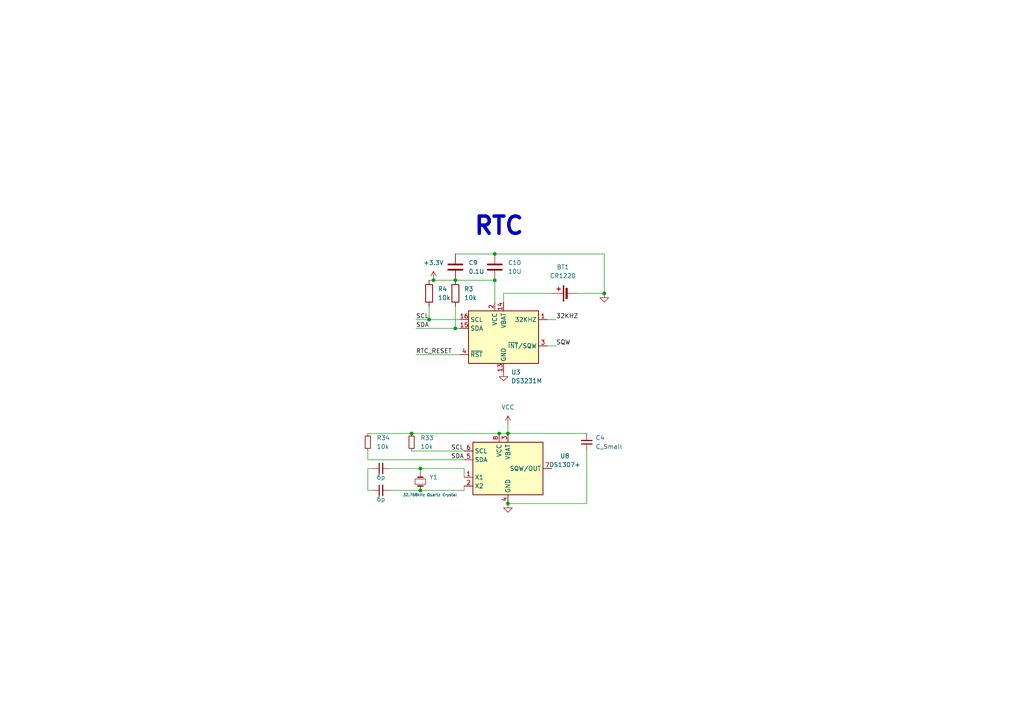
<source format=kicad_sch>
(kicad_sch (version 20230121) (generator eeschema)
  (paper "A4")
  (lib_symbols
    (symbol "Device:Battery_Cell" (pin_numbers hide) (pin_names (offset 0) hide)
      (property "Reference" "BT" (at 2.54 2.54 0))
      (property "Value" "Battery_Cell" (at 2.54 0 0))
      (symbol "Battery_Cell_0_1"
        (rectangle (start -2.286 1.778) (end 2.286 1.524) (fill (type outline)))
        (rectangle (start -1.524 1.016) (end 1.524 0.508) (fill (type outline)))
        (polyline (pts (xy 0 0.762) (xy 0 0)))
        (polyline (pts (xy 0 1.778) (xy 0 2.54)))
        (polyline (pts (xy 0.762 3.048) (xy 1.778 3.048)) (stroke (width 0.254)))
        (polyline (pts (xy 1.27 3.556) (xy 1.27 2.54)) (stroke (width 0.254)))
      )
      (symbol "Battery_Cell_1_1"
        (pin passive line (at 0 5.08 270) (length 2.54) (name "+") (number "1"))
        (pin passive line (at 0 -2.54 90) (length 2.54) (name "-") (number "2"))
      )
    )
    (symbol "Device:C" (pin_numbers hide) (pin_names (offset 0.254))
      (property "Reference" "C" (at 0.635 2.54 0))
      (property "Value" "C" (at 0.635 -2.54 0))
      (symbol "C_0_1"
        (polyline (pts (xy -2.032 -0.762) (xy 2.032 -0.762)) (stroke (width 0.508)))
        (polyline (pts (xy -2.032 0.762) (xy 2.032 0.762)) (stroke (width 0.508)))
      )
      (symbol "C_1_1"
        (pin passive line (at 0 3.81 270) (length 2.794) (name "~") (number "1"))
        (pin passive line (at 0 -3.81 90) (length 2.794) (name "~") (number "2"))
      )
    )
    (symbol "Device:C_Small" (pin_numbers hide) (pin_names (offset 0.254) hide)
      (property "Reference" "C" (at 0.254 1.778 0))
      (property "Value" "C_Small" (at 0.254 -2.032 0))
      (symbol "C_Small_0_1"
        (polyline (pts (xy -1.524 -0.508) (xy 1.524 -0.508)) (stroke (width 0.3302)))
        (polyline (pts (xy -1.524 0.508) (xy 1.524 0.508)) (stroke (width 0.3048)))
      )
      (symbol "C_Small_1_1"
        (pin passive line (at 0 2.54 270) (length 2.032) (name "~") (number "1"))
        (pin passive line (at 0 -2.54 90) (length 2.032) (name "~") (number "2"))
      )
    )
    (symbol "Device:Crystal_Small" (pin_numbers hide) (pin_names (offset 1.016) hide)
      (property "Reference" "Y" (at 0 2.54 0))
      (property "Value" "Crystal_Small" (at 0 -2.54 0))
      (symbol "Crystal_Small_0_1"
        (rectangle (start -0.762 -1.524) (end 0.762 1.524))
        (polyline (pts (xy -1.27 -0.762) (xy -1.27 0.762)) (stroke (width 0.381)))
        (polyline (pts (xy 1.27 -0.762) (xy 1.27 0.762)) (stroke (width 0.381)))
      )
      (symbol "Crystal_Small_1_1"
        (pin passive line (at -2.54 0 0) (length 1.27) (name "1") (number "1"))
        (pin passive line (at 2.54 0 180) (length 1.27) (name "2") (number "2"))
      )
    )
    (symbol "Device:R" (pin_numbers hide) (pin_names (offset 0))
      (property "Reference" "R" (at 2.032 0 90))
      (property "Value" "R" (at 0 0 90))
      (symbol "R_0_1"
        (rectangle (start -1.016 -2.54) (end 1.016 2.54) (stroke (width 0.254)))
      )
      (symbol "R_1_1"
        (pin passive line (at 0 3.81 270) (length 1.27) (name "~") (number "1"))
        (pin passive line (at 0 -3.81 90) (length 1.27) (name "~") (number "2"))
      )
    )
    (symbol "Device:R_Small" (pin_numbers hide) (pin_names (offset 0.254) hide)
      (property "Reference" "R" (at 0.762 0.508 0))
      (property "Value" "R_Small" (at 0.762 -1.016 0))
      (symbol "R_Small_0_1"
        (rectangle (start -0.762 1.778) (end 0.762 -1.778) (stroke (width 0.2032)))
      )
      (symbol "R_Small_1_1"
        (pin passive line (at 0 2.54 270) (length 0.762) (name "~") (number "1"))
        (pin passive line (at 0 -2.54 90) (length 0.762) (name "~") (number "2"))
      )
    )
    (symbol "Timer_RTC:DS1307+"
      (property "Reference" "U" (at -8.89 8.89 0))
      (property "Value" "DS1307+" (at 1.27 8.89 0))
      (symbol "DS1307+_0_1"
        (rectangle (start -10.16 7.62) (end 10.16 -7.62) (stroke (width 0.254)) (fill (type background)))
      )
      (symbol "DS1307+_1_1"
        (pin input line (at -12.7 -2.54 0) (length 2.54) (name "X1") (number "1"))
        (pin input line (at -12.7 -5.08 0) (length 2.54) (name "X2") (number "2"))
        (pin power_in line (at 0 10.16 270) (length 2.54) (name "VBAT") (number "3"))
        (pin power_in line (at 0 -10.16 90) (length 2.54) (name "GND") (number "4"))
        (pin bidirectional line (at -12.7 2.54 0) (length 2.54) (name "SDA") (number "5"))
        (pin input line (at -12.7 5.08 0) (length 2.54) (name "SCL") (number "6"))
        (pin open_collector line (at 12.7 0 180) (length 2.54) (name "SQW/OUT") (number "7"))
        (pin power_in line (at -2.54 10.16 270) (length 2.54) (name "VCC") (number "8"))
      )
    )
    (symbol "Timer_RTC:DS3231M"
      (property "Reference" "U" (at -7.62 8.89 0))
      (property "Value" "DS3231M" (at 10.16 8.89 0))
      (symbol "DS3231M_0_1"
        (rectangle (start -10.16 7.62) (end 10.16 -7.62) (stroke (width 0.254)) (fill (type background)))
      )
      (symbol "DS3231M_1_1"
        (pin open_collector line (at 12.7 5.08 180) (length 2.54) (name "32KHZ") (number "1"))
        (pin passive line (at 0 -10.16 90) (length 2.54) hide (name "GND") (number "10"))
        (pin passive line (at 0 -10.16 90) (length 2.54) hide (name "GND") (number "11"))
        (pin passive line (at 0 -10.16 90) (length 2.54) hide (name "GND") (number "12"))
        (pin power_in line (at 0 -10.16 90) (length 2.54) (name "GND") (number "13"))
        (pin power_in line (at 0 10.16 270) (length 2.54) (name "VBAT") (number "14"))
        (pin bidirectional line (at -12.7 2.54 0) (length 2.54) (name "SDA") (number "15"))
        (pin input line (at -12.7 5.08 0) (length 2.54) (name "SCL") (number "16"))
        (pin power_in line (at -2.54 10.16 270) (length 2.54) (name "VCC") (number "2"))
        (pin open_collector line (at 12.7 -2.54 180) (length 2.54) (name "~{INT}/SQW") (number "3"))
        (pin bidirectional line (at -12.7 -5.08 0) (length 2.54) (name "~{RST}") (number "4"))
        (pin passive line (at 0 -10.16 90) (length 2.54) hide (name "GND") (number "5"))
        (pin passive line (at 0 -10.16 90) (length 2.54) hide (name "GND") (number "6"))
        (pin passive line (at 0 -10.16 90) (length 2.54) hide (name "GND") (number "7"))
        (pin passive line (at 0 -10.16 90) (length 2.54) hide (name "GND") (number "8"))
        (pin passive line (at 0 -10.16 90) (length 2.54) hide (name "GND") (number "9"))
      )
    )
    (symbol "power:+3.3V" (power) (pin_names (offset 0))
      (property "Value" "+3.3V" (at 0 3.556 0))
      (symbol "+3.3V_0_1"
        (polyline (pts (xy -0.762 1.27) (xy 0 2.54)))
        (polyline (pts (xy 0 0) (xy 0 2.54)))
        (polyline (pts (xy 0 2.54) (xy 0.762 1.27)))
      )
      (symbol "+3.3V_1_1"
        (pin power_in line (at 0 0 90) (length 0) hide (name "+3.3V") (number "1"))
      )
    )
    (symbol "power:GND" (power) (pin_names (offset 0))
      (property "Value" "GND" (at 0 -3.81 0))
      (symbol "GND_0_1"
        (polyline (pts (xy 0 0) (xy 0 -1.27) (xy 1.27 -1.27) (xy 0 -2.54) (xy -1.27 -1.27) (xy 0 -1.27)))
      )
      (symbol "GND_1_1"
        (pin power_in line (at 0 0 270) (length 0) hide (name "GND") (number "1"))
      )
    )
    (symbol "power:VCC" (power) (pin_names (offset 0))
      (property "Value" "VCC" (at 0 3.81 0))
      (symbol "VCC_0_1"
        (polyline (pts (xy -0.762 1.27) (xy 0 2.54)))
        (polyline (pts (xy 0 0) (xy 0 2.54)))
        (polyline (pts (xy 0 2.54) (xy 0.762 1.27)))
      )
      (symbol "VCC_1_1"
        (pin power_in line (at 0 0 90) (length 0) hide (name "VCC") (number "1"))
      )
    )
  )
  (junction (at 121.92 142.24))
  (junction (at 147.32 125.73))
  (junction (at 121.92 135.89))
  (junction (at 143.51 73.66))
  (junction (at 143.51 81.28))
  (junction (at 125.73 81.28))
  (junction (at 124.46 92.71))
  (junction (at 119.38 125.73))
  (junction (at 147.32 146.05))
  (junction (at 175.26 85.09))
  (junction (at 144.78 125.73))
  (junction (at 132.08 81.28))
  (junction (at 132.08 95.25))
  (wire (pts (xy 120.65 92.71) (xy 124.46 92.71)))
  (wire (pts (xy 120.65 102.87) (xy 133.35 102.87)))
  (wire (pts (xy 167.64 85.09) (xy 175.26 85.09)))
  (wire (pts (xy 124.46 88.9) (xy 124.46 92.71)))
  (wire (pts (xy 106.68 130.81) (xy 106.68 133.35)))
  (wire (pts (xy 120.65 95.25) (xy 132.08 95.25)))
  (wire (pts (xy 147.32 123.19) (xy 147.32 125.73)))
  (wire (pts (xy 106.68 125.73) (xy 119.38 125.73)))
  (wire (pts (xy 134.62 135.89) (xy 134.62 138.43)))
  (wire (pts (xy 132.08 73.66) (xy 143.51 73.66)))
  (wire (pts (xy 144.78 125.73) (xy 147.32 125.73)))
  (wire (pts (xy 121.92 142.24) (xy 134.62 142.24)))
  (wire (pts (xy 147.32 125.73) (xy 170.18 125.73)))
  (wire (pts (xy 132.08 88.9) (xy 132.08 95.25)))
  (wire (pts (xy 113.03 142.24) (xy 121.92 142.24)))
  (wire (pts (xy 106.68 133.35) (xy 134.62 133.35)))
  (wire (pts (xy 170.18 146.05) (xy 147.32 146.05)))
  (wire (pts (xy 158.75 100.33) (xy 161.29 100.33)))
  (wire (pts (xy 158.75 92.71) (xy 161.29 92.71)))
  (wire (pts (xy 146.05 85.09) (xy 146.05 87.63)))
  (wire (pts (xy 106.68 142.24) (xy 107.95 142.24)))
  (wire (pts (xy 125.73 81.28) (xy 132.08 81.28)))
  (wire (pts (xy 143.51 73.66) (xy 175.26 73.66)))
  (wire (pts (xy 113.03 135.89) (xy 121.92 135.89)))
  (wire (pts (xy 106.68 135.89) (xy 106.68 142.24)))
  (wire (pts (xy 107.95 135.89) (xy 106.68 135.89)))
  (wire (pts (xy 124.46 92.71) (xy 133.35 92.71)))
  (wire (pts (xy 119.38 125.73) (xy 144.78 125.73)))
  (wire (pts (xy 134.62 142.24) (xy 134.62 140.97)))
  (wire (pts (xy 132.08 95.25) (xy 133.35 95.25)))
  (wire (pts (xy 175.26 73.66) (xy 175.26 85.09)))
  (wire (pts (xy 121.92 137.16) (xy 121.92 135.89)))
  (wire (pts (xy 124.46 81.28) (xy 125.73 81.28)))
  (wire (pts (xy 132.08 81.28) (xy 143.51 81.28)))
  (wire (pts (xy 170.18 130.81) (xy 170.18 146.05)))
  (wire (pts (xy 119.38 130.81) (xy 134.62 130.81)))
  (wire (pts (xy 121.92 135.89) (xy 134.62 135.89)))
  (wire (pts (xy 146.05 85.09) (xy 160.02 85.09)))
  (wire (pts (xy 143.51 81.28) (xy 143.51 87.63)))
  (text "RTC" (at 137.16 68.58 0) (effects (font (size 5 5) (thickness 1) bold) (justify left bottom)))
  (label "SQW" (at 161.29 100.33 0))
  (label "SCL" (at 120.65 92.71 0))
  (label "32KHZ" (at 161.29 92.71 0))
  (label "SCL" (at 130.81 130.81 0))
  (label "SDA" (at 130.81 133.35 0))
  (label "RTC_RESET" (at 120.65 102.87 0))
  (label "SDA" (at 120.65 95.25 0))
  (symbol (lib_id "power:GND") (at 175.26 85.09 0) (unit 1)
    (property "Reference" "#PWR014" (effects hide))
    (property "Value" "GND" (effects hide))
  )
  (symbol (lib_id "power:GND") (at 147.32 146.05 0) (unit 1)
    (property "Reference" "#PWR013" (effects hide))
    (property "Value" "GND" (effects hide))
    (instances (project "Capibator_PCB" (path "" (reference "#PWR013") (unit 1)) (path "" (reference "#PWR043") (unit 1))))
  )
  (symbol (lib_id "Timer_RTC:DS1307+") (at 147.32 135.89 0) (unit 1)
    (property "Reference" "U8" (at 163.83 132.2421 0))
    (property "Value" "DS1307+" (at 163.83 134.7821 0))
    (property "Footprint" "Package_DIP:DIP-8_W7.62mm" (effects hide))
    (property "Datasheet" "https://datasheets.maximintegrated.com/en/ds/DS1307.pdf" (effects hide))
  )
  (symbol (lib_id "Device:C_Small") (at 110.49 142.24 90) (unit 1)
    (property "Reference" "C11" (effects hide))
    (property "Value" "6p" (at 110.49 144.78 90))
  )
  (symbol (lib_id "Device:R_Small") (at 119.38 128.27 0) (unit 1)
    (property "Reference" "R33" (at 121.92 127 0) (effects (justify left)))
    (property "Value" "10k" (at 121.92 129.54 0) (effects (justify left)))
  )
  (symbol (lib_id "Device:R") (at 132.08 85.09 0) (unit 1)
    (property "Reference" "R3" (at 134.62 83.82 0) (effects (justify left)))
    (property "Value" "10k" (at 134.62 86.36 0) (effects (justify left)))
    (instances (project "Capibator_PCB" (path "" (reference "R3") (unit 1)) (path "" (reference "R4") (unit 1))))
  )
  (symbol (lib_id "Timer_RTC:DS3231M") (at 146.05 97.79 0) (unit 1)
    (property "Reference" "U3" (at 148.2441 107.95 0) (effects (justify left)))
    (property "Value" "DS3231M" (at 148.2441 110.49 0) (effects (justify left)))
    (property "Footprint" "Package_SO:SOIC-16W_7.5x10.3mm_P1.27mm" (effects hide))
    (property "Datasheet" "http://datasheets.maximintegrated.com/en/ds/DS3231.pdf" (effects hide))
  )
  (symbol (lib_id "Device:C") (at 143.51 77.47 180) (unit 1)
    (property "Reference" "C10" (at 147.32 76.2 0) (effects (justify right)))
    (property "Value" "10U" (at 147.32 78.74 0) (effects (justify right)))
  )
  (symbol (lib_id "power:GND") (at 146.05 107.95 0) (unit 1)
    (property "Reference" "#PWR013" (effects hide))
    (property "Value" "GND" (effects hide))
  )
  (symbol (lib_id "Device:R") (at 124.46 85.09 0) (unit 1)
    (property "Reference" "R4" (at 127 83.82 0) (effects (justify left)))
    (property "Value" "10k" (at 127 86.36 0) (effects (justify left)))
    (instances (project "Capibator_PCB" (path "" (reference "R4") (unit 1)) (path "" (reference "R3") (unit 1))))
  )
  (symbol (lib_id "Device:C_Small") (at 110.49 135.89 90) (unit 1)
    (property "Reference" "C12" (effects hide))
    (property "Value" "6p" (at 110.49 138.43 90))
  )
  (symbol (lib_id "Device:C") (at 132.08 77.47 180) (unit 1)
    (property "Reference" "C9" (at 135.89 76.2 0) (effects (justify right)))
    (property "Value" "0.1U" (at 135.89 78.74 0) (effects (justify right)))
  )
  (symbol (lib_id "Device:Battery_Cell") (at 165.1 85.09 90) (unit 1)
    (property "Reference" "BT1" (at 163.2585 77.47 90))
    (property "Value" "CR1220" (at 163.2585 80.01 90))
  )
  (symbol (lib_id "power:VCC") (at 147.32 123.19 0) (unit 1)
    (property "Reference" "#PWR042" (effects hide))
    (property "Value" "VCC" (at 147.32 118.11 0))
  )
  (symbol (lib_id "power:+3.3V") (at 125.73 81.28 0) (unit 1)
    (property "Reference" "#PWR012" (effects hide))
    (property "Value" "+3.3V" (at 125.73 76.2 0))
  )
  (symbol (lib_id "Device:R_Small") (at 106.68 128.27 0) (unit 1)
    (property "Reference" "R34" (at 109.22 127 0) (effects (justify left)))
    (property "Value" "10k" (at 109.22 129.54 0) (effects (justify left)))
  )
  (symbol (lib_id "Device:Crystal_Small") (at 121.92 139.7 90) (unit 1)
    (property "Reference" "Y1" (at 124.46 138.43 90) (effects (justify right)))
    (property "Value" "32.768kHz Quartz Crystal" (at 116.84 143.51 90) (effects (font (size 0.8 0.8)) (justify right)))
  )
  (symbol (lib_id "Device:C_Small") (at 170.18 128.27 180) (unit 1)
    (property "Reference" "C4" (at 172.72 126.9936 0) (effects (justify right)))
    (property "Value" "C_Small" (at 172.72 129.5336 0) (effects (justify right)))
  )
)
</source>
